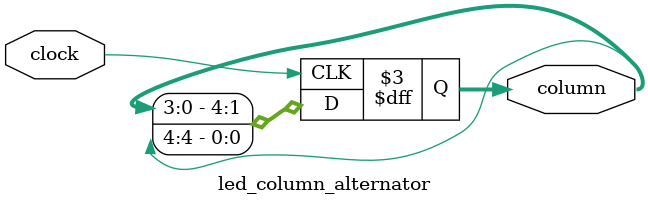
<source format=v>
module led_column_alternator(clock, column);
	input clock;
	output reg [4:0] column;
	
	// Valor inicial da coluna
	initial begin
		column = 5'b00001; // Coluna 5 - MSB; Coluna 0 - LSB;
	end
	
	always @(posedge clock) begin
		column <= {column[3:0], column[4]}; // Desloca o bit mais significativo para o final, tornando ele o menos significativo.
	end
endmodule
</source>
